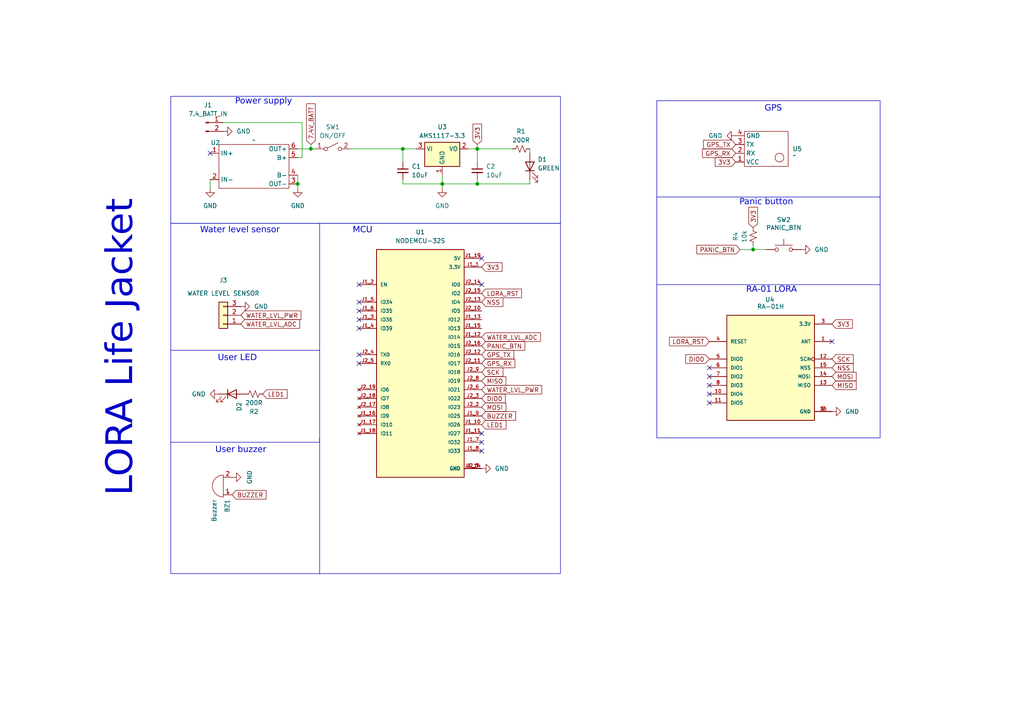
<source format=kicad_sch>
(kicad_sch (version 20231120) (generator "eeschema") (generator_version "8.0")
  (paper "A4")
  (lib_symbols
    (symbol "Connector:Conn_01x02_Pin" (pin_names (offset 1.016) hide)
      (property "Reference" "J" (at 0 2.54 0))
      (property "Value" "Conn_01x02_Pin" (at 0 -5.08 0))
      (symbol "Conn_01x02_Pin_1_1"
        (polyline (pts (xy 1.27 -2.54) (xy 0.8636 -2.54)) (stroke (width 0.1524)))
        (polyline (pts (xy 1.27 0) (xy 0.8636 0)) (stroke (width 0.1524)))
        (rectangle (start 0.8636 -2.413) (end 0 -2.667) (stroke (width 0.1524)) (fill (type outline)))
        (rectangle (start 0.8636 0.127) (end 0 -0.127) (stroke (width 0.1524)) (fill (type outline)))
        (pin passive line (at 5.08 0 180) (length 3.81) (name "Pin_1") (number "1"))
        (pin passive line (at 5.08 -2.54 180) (length 3.81) (name "Pin_2") (number "2"))
      )
    )
    (symbol "Connector_Generic:Conn_01x03" (pin_names (offset 1.016) hide)
      (property "Reference" "J" (at 0 5.08 0))
      (property "Value" "Conn_01x03" (at 0 -5.08 0))
      (symbol "Conn_01x03_1_1"
        (rectangle (start -1.27 -2.413) (end 0 -2.667) (stroke (width 0.1524)))
        (rectangle (start -1.27 0.127) (end 0 -0.127) (stroke (width 0.1524)))
        (rectangle (start -1.27 2.667) (end 0 2.413) (stroke (width 0.1524)))
        (rectangle (start -1.27 3.81) (end 1.27 -3.81) (stroke (width 0.254)) (fill (type background)))
        (pin passive line (at -5.08 2.54 0) (length 3.81) (name "Pin_1") (number "1"))
        (pin passive line (at -5.08 0 0) (length 3.81) (name "Pin_2") (number "2"))
        (pin passive line (at -5.08 -2.54 0) (length 3.81) (name "Pin_3") (number "3"))
      )
    )
    (symbol "Device:Buzzer" (pin_names (offset 0.0254) hide)
      (property "Reference" "BZ" (at 3.81 1.27 0))
      (property "Value" "Buzzer" (at 3.81 -1.27 0))
      (symbol "Buzzer_0_1"
        (arc (start 0 -3.175) (mid 3.1612 0) (end 0 3.175))
        (polyline (pts (xy -1.651 1.905) (xy -1.143 1.905)))
        (polyline (pts (xy -1.397 2.159) (xy -1.397 1.651)))
        (polyline (pts (xy 0 3.175) (xy 0 -3.175)))
      )
      (symbol "Buzzer_1_1"
        (pin passive line (at -2.54 2.54 0) (length 2.54) (name "+") (number "1"))
        (pin passive line (at -2.54 -2.54 0) (length 2.54) (name "-") (number "2"))
      )
    )
    (symbol "Device:C_Small" (pin_numbers hide) (pin_names (offset 0.254) hide)
      (property "Reference" "C" (at 0.254 1.778 0))
      (property "Value" "C_Small" (at 0.254 -2.032 0))
      (symbol "C_Small_0_1"
        (polyline (pts (xy -1.524 -0.508) (xy 1.524 -0.508)) (stroke (width 0.3302)))
        (polyline (pts (xy -1.524 0.508) (xy 1.524 0.508)) (stroke (width 0.3048)))
      )
      (symbol "C_Small_1_1"
        (pin passive line (at 0 2.54 270) (length 2.032) (name "~") (number "1"))
        (pin passive line (at 0 -2.54 90) (length 2.032) (name "~") (number "2"))
      )
    )
    (symbol "Device:LED" (pin_numbers hide) (pin_names (offset 1.016) hide)
      (property "Reference" "D" (at 0 2.54 0))
      (property "Value" "LED" (at 0 -2.54 0))
      (symbol "LED_0_1"
        (polyline (pts (xy -1.27 -1.27) (xy -1.27 1.27)) (stroke (width 0.254)))
        (polyline (pts (xy -1.27 0) (xy 1.27 0)))
        (polyline (pts (xy 1.27 -1.27) (xy 1.27 1.27) (xy -1.27 0) (xy 1.27 -1.27)) (stroke (width 0.254)))
        (polyline (pts (xy -3.048 -0.762) (xy -4.572 -2.286) (xy -3.81 -2.286) (xy -4.572 -2.286) (xy -4.572 -1.524)))
        (polyline (pts (xy -1.778 -0.762) (xy -3.302 -2.286) (xy -2.54 -2.286) (xy -3.302 -2.286) (xy -3.302 -1.524)))
      )
      (symbol "LED_1_1"
        (pin passive line (at -3.81 0 0) (length 2.54) (name "K") (number "1"))
        (pin passive line (at 3.81 0 180) (length 2.54) (name "A") (number "2"))
      )
    )
    (symbol "Device:R_Small_US" (pin_numbers hide) (pin_names (offset 0.254) hide)
      (property "Reference" "R" (at 0.762 0.508 0))
      (property "Value" "R_Small_US" (at 0.762 -1.016 0))
      (symbol "R_Small_US_1_1"
        (polyline (pts (xy 0 0) (xy 1.016 -0.381) (xy 0 -0.762) (xy -1.016 -1.143) (xy 0 -1.524)))
        (polyline (pts (xy 0 1.524) (xy 1.016 1.143) (xy 0 0.762) (xy -1.016 0.381) (xy 0 0)))
        (pin passive line (at 0 2.54 270) (length 1.016) (name "~") (number "1"))
        (pin passive line (at 0 -2.54 90) (length 1.016) (name "~") (number "2"))
      )
    )
    (symbol "NODEMCU-32S:NODEMCU-32S" (pin_names (offset 1.016))
      (property "Reference" "U" (at -12.7 33.782 0))
      (property "Value" "NODEMCU-32S" (at -12.7 -35.56 0))
      (symbol "NODEMCU-32S_0_0"
        (rectangle (start -12.7 -33.02) (end 12.7 33.02) (stroke (width 0.254)) (fill (type background)))
        (pin power_in line (at 17.78 27.94 180) (length 5.08) (name "3.3V") (number "J1_1"))
        (pin bidirectional line (at 17.78 -17.78 180) (length 5.08) (name "IO26") (number "J1_10"))
        (pin bidirectional line (at 17.78 -20.32 180) (length 5.08) (name "IO27") (number "J1_11"))
        (pin bidirectional line (at 17.78 7.62 180) (length 5.08) (name "IO14") (number "J1_12"))
        (pin bidirectional line (at 17.78 12.7 180) (length 5.08) (name "IO12") (number "J1_13"))
        (pin power_in line (at 17.78 -30.48 180) (length 5.08) (name "GND") (number "J1_14"))
        (pin bidirectional line (at 17.78 10.16 180) (length 5.08) (name "IO13") (number "J1_15"))
        (pin no_connect line (at -17.78 -15.24 0) (length 5.08) (name "IO9") (number "J1_16"))
        (pin no_connect line (at -17.78 -17.78 0) (length 5.08) (name "IO10") (number "J1_17"))
        (pin no_connect line (at -17.78 -20.32 0) (length 5.08) (name "IO11") (number "J1_18"))
        (pin power_in line (at 17.78 30.48 180) (length 5.08) (name "5V") (number "J1_19"))
        (pin input line (at -17.78 22.86 0) (length 5.08) (name "EN") (number "J1_2"))
        (pin input line (at -17.78 12.7 0) (length 5.08) (name "IO36") (number "J1_3"))
        (pin input line (at -17.78 10.16 0) (length 5.08) (name "IO39") (number "J1_4"))
        (pin input line (at -17.78 17.78 0) (length 5.08) (name "IO34") (number "J1_5"))
        (pin input line (at -17.78 15.24 0) (length 5.08) (name "IO35") (number "J1_6"))
        (pin bidirectional line (at 17.78 -22.86 180) (length 5.08) (name "IO32") (number "J1_7"))
        (pin bidirectional line (at 17.78 -25.4 180) (length 5.08) (name "IO33") (number "J1_8"))
        (pin bidirectional line (at 17.78 -15.24 180) (length 5.08) (name "IO25") (number "J1_9"))
        (pin power_in line (at 17.78 -30.48 180) (length 5.08) (name "GND") (number "J2_1"))
        (pin bidirectional line (at 17.78 15.24 180) (length 5.08) (name "IO5") (number "J2_10"))
        (pin bidirectional line (at 17.78 0 180) (length 5.08) (name "IO17") (number "J2_11"))
        (pin bidirectional line (at 17.78 2.54 180) (length 5.08) (name "IO16") (number "J2_12"))
        (pin bidirectional line (at 17.78 17.78 180) (length 5.08) (name "IO4") (number "J2_13"))
        (pin bidirectional line (at 17.78 22.86 180) (length 5.08) (name "IO0") (number "J2_14"))
        (pin bidirectional line (at 17.78 20.32 180) (length 5.08) (name "IO2") (number "J2_15"))
        (pin bidirectional line (at 17.78 5.08 180) (length 5.08) (name "IO15") (number "J2_16"))
        (pin no_connect line (at -17.78 -12.7 0) (length 5.08) (name "IO8") (number "J2_17"))
        (pin no_connect line (at -17.78 -10.16 0) (length 5.08) (name "IO7") (number "J2_18"))
        (pin no_connect line (at -17.78 -7.62 0) (length 5.08) (name "IO6") (number "J2_19"))
        (pin bidirectional line (at 17.78 -12.7 180) (length 5.08) (name "IO23") (number "J2_2"))
        (pin bidirectional line (at 17.78 -10.16 180) (length 5.08) (name "IO22") (number "J2_3"))
        (pin bidirectional line (at -17.78 2.54 0) (length 5.08) (name "TX0") (number "J2_4"))
        (pin bidirectional line (at -17.78 0 0) (length 5.08) (name "RX0") (number "J2_5"))
        (pin bidirectional line (at 17.78 -7.62 180) (length 5.08) (name "IO21") (number "J2_6"))
        (pin power_in line (at 17.78 -30.48 180) (length 5.08) (name "GND") (number "J2_7"))
        (pin bidirectional line (at 17.78 -5.08 180) (length 5.08) (name "IO19") (number "J2_8"))
        (pin bidirectional line (at 17.78 -2.54 180) (length 5.08) (name "IO18") (number "J2_9"))
      )
    )
    (symbol "RA-01H:RA-01H" (pin_names (offset 1.016))
      (property "Reference" "U" (at -12.7 16.256 0))
      (property "Value" "RA-01H" (at -12.7 -17.78 0))
      (symbol "RA-01H_0_0"
        (rectangle (start -12.7 -15.24) (end 12.7 15.24) (stroke (width 0.254)) (fill (type background)))
        (pin bidirectional line (at 17.78 7.62 180) (length 5.08) (name "ANT") (number "1"))
        (pin bidirectional line (at -17.78 -7.62 0) (length 5.08) (name "DIO4") (number "10"))
        (pin bidirectional line (at -17.78 -10.16 0) (length 5.08) (name "DIO5") (number "11"))
        (pin input clock (at 17.78 2.54 180) (length 5.08) (name "SCK") (number "12"))
        (pin output line (at 17.78 -5.08 180) (length 5.08) (name "MISO") (number "13"))
        (pin input line (at 17.78 -2.54 180) (length 5.08) (name "MOSI") (number "14"))
        (pin input line (at 17.78 0 180) (length 5.08) (name "NSS") (number "15"))
        (pin power_in line (at 17.78 -12.7 180) (length 5.08) (name "GND") (number "16"))
        (pin power_in line (at 17.78 -12.7 180) (length 5.08) (name "GND") (number "2"))
        (pin power_in line (at 17.78 12.7 180) (length 5.08) (name "3.3V") (number "3"))
        (pin input line (at -17.78 7.62 0) (length 5.08) (name "RESET") (number "4"))
        (pin bidirectional line (at -17.78 2.54 0) (length 5.08) (name "DIO0") (number "5"))
        (pin bidirectional line (at -17.78 0 0) (length 5.08) (name "DIO1") (number "6"))
        (pin bidirectional line (at -17.78 -2.54 0) (length 5.08) (name "DIO2") (number "7"))
        (pin bidirectional line (at -17.78 -5.08 0) (length 5.08) (name "DIO3") (number "8"))
        (pin power_in line (at 17.78 -12.7 180) (length 5.08) (name "GND") (number "9"))
      )
    )
    (symbol "Regulator_Linear:AMS1117-3.3"
      (property "Reference" "U" (at -3.81 3.175 0))
      (property "Value" "AMS1117-3.3" (at 0 3.175 0))
      (symbol "AMS1117-3.3_0_1"
        (rectangle (start -5.08 -5.08) (end 5.08 1.905) (stroke (width 0.254)) (fill (type background)))
      )
      (symbol "AMS1117-3.3_1_1"
        (pin power_in line (at 0 -7.62 90) (length 2.54) (name "GND") (number "1"))
        (pin power_out line (at 7.62 0 180) (length 2.54) (name "VO") (number "2"))
        (pin power_in line (at -7.62 0 0) (length 2.54) (name "VI") (number "3"))
      )
    )
    (symbol "Switch:SW_Push" (pin_numbers hide) (pin_names (offset 1.016) hide)
      (property "Reference" "SW" (at 1.27 2.54 0))
      (property "Value" "SW_Push" (at 0 -1.524 0))
      (symbol "SW_Push_0_1"
        (circle (center -2.032 0) (radius 0.508))
        (polyline (pts (xy 0 1.27) (xy 0 3.048)))
        (polyline (pts (xy 2.54 1.27) (xy -2.54 1.27)))
        (circle (center 2.032 0) (radius 0.508))
        (pin passive line (at -5.08 0 0) (length 2.54) (name "1") (number "1"))
        (pin passive line (at 5.08 0 180) (length 2.54) (name "2") (number "2"))
      )
    )
    (symbol "Switch:SW_SPST" (pin_names (offset 0) hide)
      (property "Reference" "SW" (at 0 3.175 0))
      (property "Value" "SW_SPST" (at 0 -2.54 0))
      (symbol "SW_SPST_0_0"
        (circle (center -2.032 0) (radius 0.508))
        (polyline (pts (xy -1.524 0.254) (xy 1.524 1.778)))
        (circle (center 2.032 0) (radius 0.508))
      )
      (symbol "SW_SPST_1_1"
        (pin passive line (at -5.08 0 0) (length 2.54) (name "A") (number "1"))
        (pin passive line (at 5.08 0 180) (length 2.54) (name "B") (number "2"))
      )
    )
    (symbol "my-modules:NEO-6M-GPS-MODULE"
      (property "Reference" "U" (at 4.826 2.54 0))
      (symbol "NEO-6M-GPS-MODULE_0_1"
        (rectangle (start 0 1.27) (end 12.7 -8.89))
        (circle (center 10.16 -6.35) (radius 1.27))
      )
      (symbol "NEO-6M-GPS-MODULE_1_1"
        (pin input line (at -2.54 -7.62 0) (length 2.54) (name "VCC") (number "1"))
        (pin input line (at -2.54 -5.08 0) (length 2.54) (name "RX") (number "2"))
        (pin input line (at -2.54 -2.54 0) (length 2.54) (name "TX") (number "3"))
        (pin input line (at -2.54 0 0) (length 2.54) (name "GND") (number "4"))
      )
    )
    (symbol "my-modules:TP4056-MODULE"
      (property "Reference" "U" (at 9.398 1.524 0))
      (symbol "TP4056-MODULE_0_1"
        (rectangle (start 0 0) (end 20.32 -12.7))
      )
      (symbol "TP4056-MODULE_1_1"
        (pin input line (at -2.54 -2.54 0) (length 2.54) (name "IN+") (number "1"))
        (pin input line (at -2.54 -10.16 0) (length 2.54) (name "IN-") (number "2"))
        (pin input line (at 22.86 -11.43 180) (length 2.54) (name "OUT-") (number "3"))
        (pin input line (at 22.86 -8.89 180) (length 2.54) (name "B-") (number "4"))
        (pin input line (at 22.86 -3.81 180) (length 2.54) (name "B+") (number "5"))
        (pin input line (at 22.86 -1.27 180) (length 2.54) (name "OUT+") (number "6"))
      )
    )
    (symbol "power:GND" (power) (pin_numbers hide) (pin_names (offset 0) hide)
      (property "Value" "GND" (at 0 -3.81 0))
      (symbol "GND_0_1"
        (polyline (pts (xy 0 0) (xy 0 -1.27) (xy 1.27 -1.27) (xy 0 -2.54) (xy -1.27 -1.27) (xy 0 -1.27)))
      )
      (symbol "GND_1_1"
        (pin power_in line (at 0 0 270) (length 0) (name "~") (number "1"))
      )
    )
  )
  (junction (at 116.84 43.18))
  (junction (at 138.43 43.18))
  (junction (at 138.43 53.34))
  (junction (at 218.44 72.39))
  (junction (at 90.17 43.18))
  (junction (at 128.27 53.34))
  (junction (at 86.36 53.34))
  (no_connect (at 205.74 106.68))
  (no_connect (at 205.74 116.84))
  (no_connect (at 139.7 130.81))
  (no_connect (at 104.14 105.41))
  (no_connect (at 205.74 114.3))
  (no_connect (at 60.96 44.45))
  (no_connect (at 104.14 90.17))
  (no_connect (at 104.14 82.55))
  (no_connect (at 104.14 102.87))
  (no_connect (at 205.74 111.76))
  (no_connect (at 139.7 125.73))
  (no_connect (at 104.14 92.71))
  (no_connect (at 139.7 128.27))
  (no_connect (at 241.3 99.06))
  (no_connect (at 205.74 109.22))
  (no_connect (at 104.14 95.25))
  (no_connect (at 104.14 87.63))
  (no_connect (at 139.7 74.93))
  (no_connect (at 139.7 82.55))
  (wire (pts (xy 90.17 43.18) (xy 86.36 43.18)))
  (wire (pts (xy 128.27 50.8) (xy 128.27 53.34)))
  (wire (pts (xy 90.17 43.18) (xy 91.44 43.18)))
  (wire (pts (xy 86.36 45.72) (xy 87.63 45.72)))
  (wire (pts (xy 138.43 41.91) (xy 138.43 43.18)))
  (wire (pts (xy 135.89 43.18) (xy 138.43 43.18)))
  (polyline (pts (xy 49.53 128.27) (xy 92.71 128.27)))
  (wire (pts (xy 218.44 72.39) (xy 222.25 72.39)))
  (wire (pts (xy 138.43 43.18) (xy 138.43 46.99)))
  (wire (pts (xy 138.43 53.34) (xy 153.67 53.34)))
  (wire (pts (xy 64.77 35.56) (xy 87.63 35.56)))
  (wire (pts (xy 153.67 43.18) (xy 153.67 44.45)))
  (wire (pts (xy 214.63 72.39) (xy 218.44 72.39)))
  (polyline (pts (xy 92.71 128.27) (xy 92.71 127)))
  (wire (pts (xy 138.43 52.07) (xy 138.43 53.34)))
  (wire (pts (xy 86.36 53.34) (xy 86.36 54.61)))
  (wire (pts (xy 116.84 53.34) (xy 128.27 53.34)))
  (wire (pts (xy 101.6 43.18) (xy 116.84 43.18)))
  (wire (pts (xy 90.17 41.91) (xy 90.17 43.18)))
  (wire (pts (xy 116.84 43.18) (xy 116.84 46.99)))
  (wire (pts (xy 128.27 53.34) (xy 128.27 54.61)))
  (polyline (pts (xy 190.5 82.55) (xy 255.27 82.55)))
  (wire (pts (xy 218.44 71.12) (xy 218.44 72.39)))
  (wire (pts (xy 138.43 53.34) (xy 128.27 53.34)))
  (wire (pts (xy 138.43 43.18) (xy 148.59 43.18)))
  (wire (pts (xy 87.63 45.72) (xy 87.63 35.56)))
  (wire (pts (xy 116.84 52.07) (xy 116.84 53.34)))
  (wire (pts (xy 86.36 50.8) (xy 86.36 53.34)))
  (wire (pts (xy 116.84 43.18) (xy 120.65 43.18)))
  (polyline (pts (xy 92.71 64.77) (xy 92.71 166.37)))
  (polyline (pts (xy 49.53 101.6) (xy 92.71 101.6)))
  (wire (pts (xy 153.67 53.34) (xy 153.67 52.07)))
  (wire (pts (xy 60.96 52.07) (xy 60.96 54.61)))
  (rectangle (start 49.53 64.77) (end 162.56 166.37))
  (rectangle (start 49.53 27.94) (end 162.56 64.77))
  (rectangle (start 190.5 57.15) (end 255.27 57.15))
  (rectangle (start 190.5 29.21) (end 255.27 127))
  (text "Water level sensor\n" (at 69.596 67.31 0) (effects (font (size 1.778 1.778))))
  (text "User LED\n" (at 68.834 104.394 0) (effects (font (size 1.778 1.778))))
  (text "Power supply\n" (at 76.454 29.972 0) (effects (font (size 1.778 1.778))))
  (text "User buzzer\n" (at 69.85 131.064 0) (effects (font (size 1.778 1.778))))
  (text "LORA Life Jacket" (at 37.084 100.838 90) (effects (font (size 7.62 7.62))))
  (text "MCU\n" (at 105.156 67.31 0) (effects (font (size 1.778 1.778))))
  (text "RA-01 LORA\n" (at 223.774 84.582 0) (effects (font (size 1.778 1.778))))
  (text "Panic button\n" (at 222.25 59.182 0) (effects (font (size 1.778 1.778))))
  (text "GPS\n" (at 224.282 32.004 0) (effects (font (size 1.778 1.778))))
  (global_label "MOSI" (shape input) (at 139.7 118.11 0) (property "Intersheetrefs" "${INTERSHEET_REFS}" (effects (hide yes))))
  (global_label "SCK" (shape input) (at 241.3 104.14 0) (property "Intersheetrefs" "${INTERSHEET_REFS}" (effects (hide yes))))
  (global_label "LORA_RST" (shape input) (at 205.74 99.06 180) (property "Intersheetrefs" "${INTERSHEET_REFS}" (effects (hide yes))))
  (global_label "GPS_RX" (shape input) (at 213.36 44.45 180) (property "Intersheetrefs" "${INTERSHEET_REFS}" (effects (hide yes))))
  (global_label "WATER_LVL_ADC" (shape input) (at 139.7 97.79 0) (property "Intersheetrefs" "${INTERSHEET_REFS}" (effects (hide yes))))
  (global_label "3V3" (shape input) (at 213.36 46.99 180) (property "Intersheetrefs" "${INTERSHEET_REFS}" (effects (hide yes))))
  (global_label "NSS" (shape input) (at 241.3 106.68 0) (property "Intersheetrefs" "${INTERSHEET_REFS}" (effects (hide yes))))
  (global_label "SCK" (shape input) (at 139.7 107.95 0) (property "Intersheetrefs" "${INTERSHEET_REFS}" (effects (hide yes))))
  (global_label "3V3" (shape input) (at 138.43 41.91 90) (property "Intersheetrefs" "${INTERSHEET_REFS}" (effects (hide yes))))
  (global_label "BUZZER" (shape input) (at 139.7 120.65 0) (property "Intersheetrefs" "${INTERSHEET_REFS}" (effects (hide yes))))
  (global_label "GPS_TX" (shape input) (at 213.36 41.91 180) (property "Intersheetrefs" "${INTERSHEET_REFS}" (effects (hide yes))))
  (global_label "DIO0" (shape input) (at 139.7 115.57 0) (property "Intersheetrefs" "${INTERSHEET_REFS}" (effects (hide yes))))
  (global_label "DIO0" (shape input) (at 205.74 104.14 180) (property "Intersheetrefs" "${INTERSHEET_REFS}" (effects (hide yes))))
  (global_label "WATER_LVL_PWR" (shape input) (at 69.85 91.44 0) (property "Intersheetrefs" "${INTERSHEET_REFS}" (effects (hide yes))))
  (global_label "GPS_RX" (shape input) (at 139.7 105.41 0) (property "Intersheetrefs" "${INTERSHEET_REFS}" (effects (hide yes))))
  (global_label "PANIC_BTN" (shape input) (at 139.7 100.33 0) (property "Intersheetrefs" "${INTERSHEET_REFS}" (effects (hide yes))))
  (global_label "LED1" (shape input) (at 76.2 114.3 0) (property "Intersheetrefs" "${INTERSHEET_REFS}" (effects (hide yes))))
  (global_label "BUZZER" (shape input) (at 67.31 143.51 0) (property "Intersheetrefs" "${INTERSHEET_REFS}" (effects (hide yes))))
  (global_label "3V3" (shape input) (at 139.7 77.47 0) (property "Intersheetrefs" "${INTERSHEET_REFS}" (effects (hide yes))))
  (global_label "7.4V_BATT" (shape input) (at 90.17 41.91 90) (property "Intersheetrefs" "${INTERSHEET_REFS}" (effects (hide yes))))
  (global_label "PANIC_BTN" (shape input) (at 214.63 72.39 180) (property "Intersheetrefs" "${INTERSHEET_REFS}" (effects (hide yes))))
  (global_label "GPS_TX" (shape input) (at 139.7 102.87 0) (property "Intersheetrefs" "${INTERSHEET_REFS}" (effects (hide yes))))
  (global_label "3V3" (shape input) (at 218.44 66.04 90) (property "Intersheetrefs" "${INTERSHEET_REFS}" (effects (hide yes))))
  (global_label "WATER_LVL_ADC" (shape input) (at 69.85 93.98 0) (property "Intersheetrefs" "${INTERSHEET_REFS}" (effects (hide yes))))
  (global_label "MOSI" (shape input) (at 241.3 109.22 0) (property "Intersheetrefs" "${INTERSHEET_REFS}" (effects (hide yes))))
  (global_label "3V3" (shape input) (at 241.3 93.98 0) (property "Intersheetrefs" "${INTERSHEET_REFS}" (effects (hide yes))))
  (global_label "LORA_RST" (shape input) (at 139.7 85.09 0) (property "Intersheetrefs" "${INTERSHEET_REFS}" (effects (hide yes))))
  (global_label "MISO" (shape input) (at 139.7 110.49 0) (property "Intersheetrefs" "${INTERSHEET_REFS}" (effects (hide yes))))
  (global_label "NSS" (shape input) (at 139.7 87.63 0) (property "Intersheetrefs" "${INTERSHEET_REFS}" (effects (hide yes))))
  (global_label "LED1" (shape input) (at 139.7 123.19 0) (property "Intersheetrefs" "${INTERSHEET_REFS}" (effects (hide yes))))
  (global_label "MISO" (shape input) (at 241.3 111.76 0) (property "Intersheetrefs" "${INTERSHEET_REFS}" (effects (hide yes))))
  (global_label "WATER_LVL_PWR" (shape input) (at 139.7 113.03 0) (property "Intersheetrefs" "${INTERSHEET_REFS}" (effects (hide yes))))
  (symbol (lib_id "power:GND") (at 139.7 135.89 90) (unit 1)
    (property "Reference" "#PWR05" (effects (hide yes)))
    (property "Value" "GND" (at 143.51 135.8899 90) (effects (justify right)))
    (property "Description" "Power symbol creates a global label with name \"GND\" , ground" (effects (hide yes)))
  )
  (symbol (lib_id "Switch:SW_SPST") (at 96.52 43.18 0) (unit 1)
    (property "Reference" "SW1" (at 96.52 36.83 0))
    (property "Value" "ON/OFF" (at 96.52 39.37 0))
    (property "Description" "Single Pole Single Throw (SPST) switch" (effects (hide yes)))
  )
  (symbol (lib_id "my-modules:TP4056-MODULE") (at 63.5 41.91 0) (unit 1)
    (property "Reference" "U2" (at 62.484 41.402 0))
    (property "Value" "~" (at 73.66 40.64 0))
  )
  (symbol (lib_id "Device:R_Small_US") (at 151.13 43.18 90) (unit 1)
    (property "Reference" "R1" (at 151.13 38.1 90))
    (property "Value" "200R" (at 151.13 40.64 90))
    (property "Description" "Resistor, small US symbol" (effects (hide yes)))
  )
  (symbol (lib_id "power:GND") (at 60.96 54.61 0) (unit 1)
    (property "Reference" "#PWR01" (effects (hide yes)))
    (property "Value" "GND" (at 60.96 59.69 0))
    (property "Description" "Power symbol creates a global label with name \"GND\" , ground" (effects (hide yes)))
  )
  (symbol (lib_id "Device:R_Small_US") (at 218.44 68.58 180) (unit 1)
    (property "Reference" "R4" (at 213.36 68.58 90))
    (property "Value" "10k" (at 215.9 68.58 90))
    (property "Description" "Resistor, small US symbol" (effects (hide yes)))
  )
  (symbol (lib_id "Device:LED") (at 67.31 114.3 0) (unit 1)
    (property "Reference" "D2" (at 69.342 116.586 90) (effects (justify right)))
    (property "Value" "GREEN" (effects (hide yes)))
    (property "Description" "Light emitting diode" (effects (hide yes)))
  )
  (symbol (lib_id "power:GND") (at 241.3 119.38 90) (unit 1)
    (property "Reference" "#PWR06" (effects (hide yes)))
    (property "Value" "GND" (at 245.11 119.3799 90) (effects (justify right)))
    (property "Description" "Power symbol creates a global label with name \"GND\" , ground" (effects (hide yes)))
  )
  (symbol (lib_id "power:GND") (at 86.36 54.61 0) (unit 1)
    (property "Reference" "#PWR02" (effects (hide yes)))
    (property "Value" "GND" (at 86.36 59.69 0))
    (property "Description" "Power symbol creates a global label with name \"GND\" , ground" (effects (hide yes)))
  )
  (symbol (lib_id "power:GND") (at 232.41 72.39 90) (unit 1)
    (property "Reference" "#PWR09" (effects (hide yes)))
    (property "Value" "GND" (at 236.22 72.3899 90) (effects (justify right)))
    (property "Description" "Power symbol creates a global label with name \"GND\" , ground" (effects (hide yes)))
  )
  (symbol (lib_id "power:GND") (at 213.36 39.37 270) (unit 1)
    (property "Reference" "#PWR010" (effects (hide yes)))
    (property "Value" "GND" (at 209.55 39.3699 90) (effects (justify right)))
    (property "Description" "Power symbol creates a global label with name \"GND\" , ground" (effects (hide yes)))
  )
  (symbol (lib_id "Connector:Conn_01x02_Pin") (at 59.69 35.56 0) (unit 1)
    (property "Reference" "J1" (at 60.325 30.48 0))
    (property "Value" "7.4_BATT_IN" (at 60.325 33.02 0))
    (property "Description" "Generic connector, single row, 01x02, script generated" (effects (hide yes)))
  )
  (symbol (lib_id "power:GND") (at 64.77 38.1 90) (unit 1)
    (property "Reference" "#PWR04" (effects (hide yes)))
    (property "Value" "GND" (at 68.58 38.0999 90) (effects (justify right)))
    (property "Description" "Power symbol creates a global label with name \"GND\" , ground" (effects (hide yes)))
  )
  (symbol (lib_id "power:GND") (at 128.27 54.61 0) (unit 1)
    (property "Reference" "#PWR03" (effects (hide yes)))
    (property "Value" "GND" (at 128.27 59.69 0))
    (property "Description" "Power symbol creates a global label with name \"GND\" , ground" (effects (hide yes)))
  )
  (symbol (lib_id "power:GND") (at 69.85 88.9 90) (unit 1)
    (property "Reference" "#PWR012" (effects (hide yes)))
    (property "Value" "GND" (at 73.66 88.8999 90) (effects (justify right)))
    (property "Description" "Power symbol creates a global label with name \"GND\" , ground" (effects (hide yes)))
  )
  (symbol (lib_id "Device:LED") (at 153.67 48.26 90) (unit 1)
    (property "Reference" "D1" (at 155.956 46.228 90) (effects (justify right)))
    (property "Value" "GREEN" (at 155.956 48.768 90) (effects (justify right)))
    (property "Description" "Light emitting diode" (effects (hide yes)))
  )
  (symbol (lib_id "RA-01H:RA-01H") (at 223.52 106.68 0) (unit 1)
    (property "Reference" "U4" (at 223.266 86.868 0))
    (property "Value" "RA-01H" (at 223.52 88.9 0))
    (property "Footprint" "RA-01H:XCVR_RA-01H" (effects (hide yes)))
    (property "MF" "AI-Thinker" (effects (hide yes)))
    (property "MAXIMUM_PACKAGE_HEIGHT" "3.4mm" (effects (hide yes)))
    (property "Package" "Package" (effects (hide yes)))
    (property "Price" "None" (effects (hide yes)))
    (property "Check_prices" "https://www.snapeda.com/parts/RA-01H/AI-Thinker/view-part/?ref=eda" (effects (hide yes)))
    (property "STANDARD" "Manufacturer Recommendations" (effects (hide yes)))
    (property "PARTREV" "V1.0" (effects (hide yes)))
    (property "SnapEDA_Link" "https://www.snapeda.com/parts/RA-01H/AI-Thinker/view-part/?ref=snap" (effects (hide yes)))
    (property "MP" "RA-01H" (effects (hide yes)))
    (property "Description_1" "\n                        \n                            General ISM < 1GHz LoRa™ Transceiver Module 803MHz ~ 930MHz Antenna Not Included Surface Mount\n                        \n" (effects (hide yes)))
    (property "Availability" "In Stock" (effects (hide yes)))
    (property "MANUFACTURER" "AI-Thinker" (effects (hide yes)))
  )
  (symbol (lib_id "power:GND") (at 63.5 114.3 270) (unit 1)
    (property "Reference" "#PWR07" (effects (hide yes)))
    (property "Value" "GND" (at 59.69 114.2999 90) (effects (justify right)))
    (property "Description" "Power symbol creates a global label with name \"GND\" , ground" (effects (hide yes)))
  )
  (symbol (lib_id "Connector_Generic:Conn_01x03") (at 64.77 91.44 180) (unit 1)
    (property "Reference" "J3" (at 64.77 81.28 0))
    (property "Value" "WATER LEVEL SENSOR" (at 64.77 85.09 0))
    (property "Description" "Generic connector, single row, 01x03, script generated (kicad-library-utils/schlib/autogen/connector/)" (effects (hide yes)))
  )
  (symbol (lib_id "power:GND") (at 67.31 138.43 90) (unit 1)
    (property "Reference" "#PWR011" (effects (hide yes)))
    (property "Value" "GND" (at 72.39 138.43 0))
    (property "Description" "Power symbol creates a global label with name \"GND\" , ground" (effects (hide yes)))
  )
  (symbol (lib_id "NODEMCU-32S:NODEMCU-32S") (at 121.92 105.41 0) (unit 1)
    (property "Reference" "U1" (at 121.92 67.31 0))
    (property "Value" "NODEMCU-32S" (at 121.92 69.85 0))
    (property "Footprint" "NODEMCU-32S:MODULE_NODEMCU-32S" (effects (hide yes)))
    (property "MF" "AI-Thinker" (effects (hide yes)))
    (property "MAXIMUM_PACKAGE_HEIGHT" "3.00mm" (effects (hide yes)))
    (property "Package" "Package" (effects (hide yes)))
    (property "Price" "None" (effects (hide yes)))
    (property "Check_prices" "https://www.snapeda.com/parts/NODEMCU-32S/AI-Thinker/view-part/?ref=eda" (effects (hide yes)))
    (property "STANDARD" "Manufacturer Recommendations" (effects (hide yes)))
    (property "PARTREV" "V1" (effects (hide yes)))
    (property "SnapEDA_Link" "https://www.snapeda.com/parts/NODEMCU-32S/AI-Thinker/view-part/?ref=snap" (effects (hide yes)))
    (property "MP" "NODEMCU-32S" (effects (hide yes)))
    (property "Description_1" "\n                        \n                            WIFI MODULE V1\n                        \n" (effects (hide yes)))
    (property "Availability" "Not in stock" (effects (hide yes)))
    (property "MANUFACTURER" "AI-Thinker" (effects (hide yes)))
  )
  (symbol (lib_id "my-modules:NEO-6M-GPS-MODULE") (at 215.9 39.37 0) (unit 1)
    (property "Reference" "U5" (at 229.87 43.1799 0) (effects (justify left)))
    (property "Value" "~" (at 229.87 45.085 0) (effects (justify left)))
  )
  (symbol (lib_id "Regulator_Linear:AMS1117-3.3") (at 128.27 43.18 0) (unit 1)
    (property "Reference" "U3" (at 128.27 36.83 0))
    (property "Value" "AMS1117-3.3" (at 128.27 39.37 0))
    (property "Footprint" "Package_TO_SOT_SMD:SOT-223-3_TabPin2" (effects (hide yes)))
    (property "Datasheet" "http://www.advanced-monolithic.com/pdf/ds1117.pdf" (effects (hide yes)))
    (property "Description" "1A Low Dropout regulator, positive, 3.3V fixed output, SOT-223" (effects (hide yes)))
  )
  (symbol (lib_id "Device:Buzzer") (at 64.77 140.97 180) (unit 1)
    (property "Reference" "BZ1" (at 65.92 144.78 90) (effects (justify left)))
    (property "Value" "Buzzer" (at 62.11 144.78 90) (effects (justify left)))
    (property "Description" "Buzzer, polarized" (effects (hide yes)))
  )
  (symbol (lib_id "Device:C_Small") (at 116.84 49.53 0) (unit 1)
    (property "Reference" "C1" (at 119.38 48.2662 0) (effects (justify left)))
    (property "Value" "10uF" (at 119.38 50.8062 0) (effects (justify left)))
    (property "Description" "Unpolarized capacitor, small symbol" (effects (hide yes)))
  )
  (symbol (lib_id "Device:R_Small_US") (at 73.66 114.3 270) (unit 1)
    (property "Reference" "R2" (at 73.66 119.38 90))
    (property "Value" "200R" (at 73.66 116.84 90))
    (property "Description" "Resistor, small US symbol" (effects (hide yes)))
  )
  (symbol (lib_id "Device:C_Small") (at 138.43 49.53 0) (unit 1)
    (property "Reference" "C2" (at 140.97 48.2662 0) (effects (justify left)))
    (property "Value" "10uF" (at 140.97 50.8062 0) (effects (justify left)))
    (property "Description" "Unpolarized capacitor, small symbol" (effects (hide yes)))
  )
  (symbol (lib_id "Switch:SW_Push") (at 227.33 72.39 0) (unit 1)
    (property "Reference" "SW2" (at 227.33 63.754 0))
    (property "Value" "PANIC_BTN" (at 227.33 66.04 0))
    (property "Description" "Push button switch, generic, two pins" (effects (hide yes)))
  )
)
</source>
